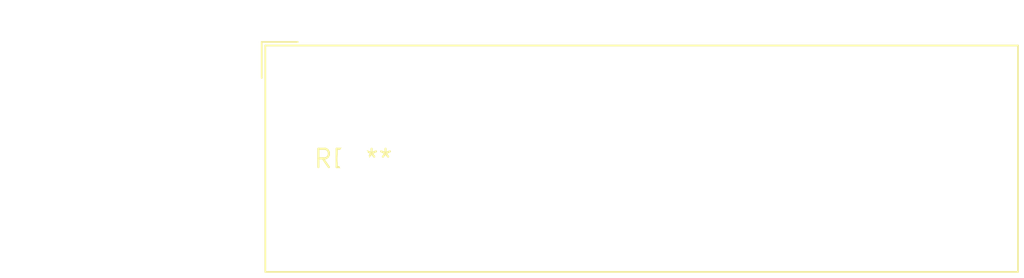
<source format=kicad_pcb>
(kicad_pcb (version 20240108) (generator pcbnew)
  (layers (0 "F.Cu" signal) (31 "B.Cu" signal) (34 "B.Paste" user) (35 "F.Paste" user) (36 "B.SilkS" user "B.Silkscreen") (37 "F.SilkS" user "F.Silkscreen") (38 "B.Mask" user) (39 "F.Mask" user) (44 "Edge.Cuts" user))
  (net 0 "")
  (footprint "TerminalBlock_Dinkle_DT-55-B01X-05_P10.00mm" (layer "F.Cu") (at 0 0)
    (property "Reference" "REF**")
    (property "Value" "TerminalBlock_Dinkle_DT-55-B01X-05_P10.00mm")
    (fp_line (start -6.35 -8.1) (end -3.85 -8.1) (layer "F.SilkS") (stroke (width 0.12)))
    (fp_line (start -6.35 -5.6) (end -6.35 -8.1) (layer "F.SilkS") (stroke (width 0.12)))
    (fp_line (start -6.1 -7.85) (end 46.1 -7.85) (layer "F.SilkS") (stroke (width 0.12)))
    (fp_line (start -6.1 7.85) (end -6.1 -7.85) (layer "F.SilkS") (stroke (width 0.12)))
    (fp_line (start -6.1 7.85) (end 46.1 7.85) (layer "F.SilkS") (stroke (width 0.12)))
    (fp_line (start 46.1 -7.85) (end 46.1 7.85) (layer "F.SilkS") (stroke (width 0.12)))
    (pad "1" thru_hole rect (at 0 0) (size 3.3 6.6) (drill 2.2) (layers *.Cu *.Mask) (remove_unused_layers))
    (pad "2" thru_hole oval (at 10 0) (size 3.3 6.6) (drill 2.2) (layers *.Cu *.Mask) (remove_unused_layers))
    (pad "3" thru_hole oval (at 20 0) (size 3.3 6.6) (drill 2.2) (layers *.Cu *.Mask) (remove_unused_layers))
    (pad "4" thru_hole oval (at 30 0) (size 3.3 6.6) (drill 2.2) (layers *.Cu *.Mask) (remove_unused_layers))
    (pad "5" thru_hole oval (at 40 0) (size 3.3 6.6) (drill 2.2) (layers *.Cu *.Mask) (remove_unused_layers))
  )
)
</source>
